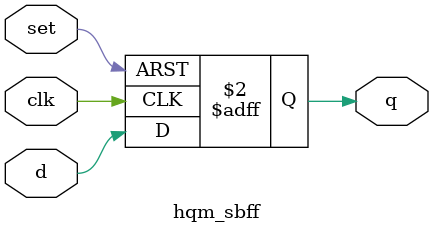
<source format=sv>

module hqm_sbff ( input logic  d,
              input logic  clk,
              input logic  set,
              output logic q );

  always_ff @( posedge clk or posedge set )
    if ( set )
      q <= 1'b1;
    else
      q <= d;

endmodule // sbff
// lintra pop

</source>
